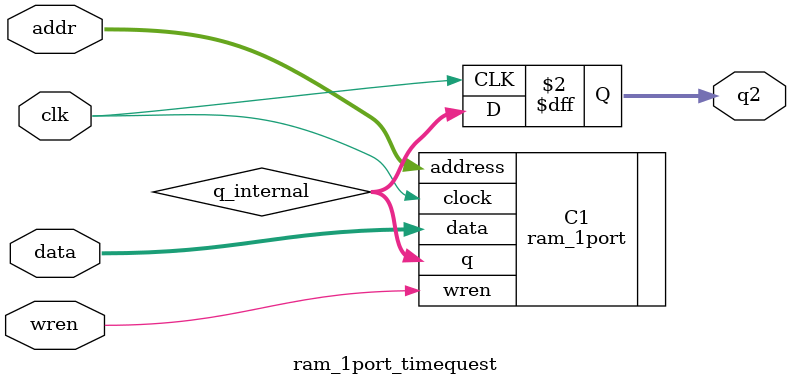
<source format=v>
module ram_1port_timequest(
	input[7:0] addr,
	input clk,
	input[15:0] data,
	input wren,
	output reg[15:0] q2
);
	wire[15:0] q_internal;
	
	ram_1port C1(
		.address(addr),
		.clock(clk),
		.data(data),
		.wren(wren),
		.q(q_internal)
	);
	
	always @(posedge clk) begin
		q2 <= q_internal;
	end
endmodule
</source>
